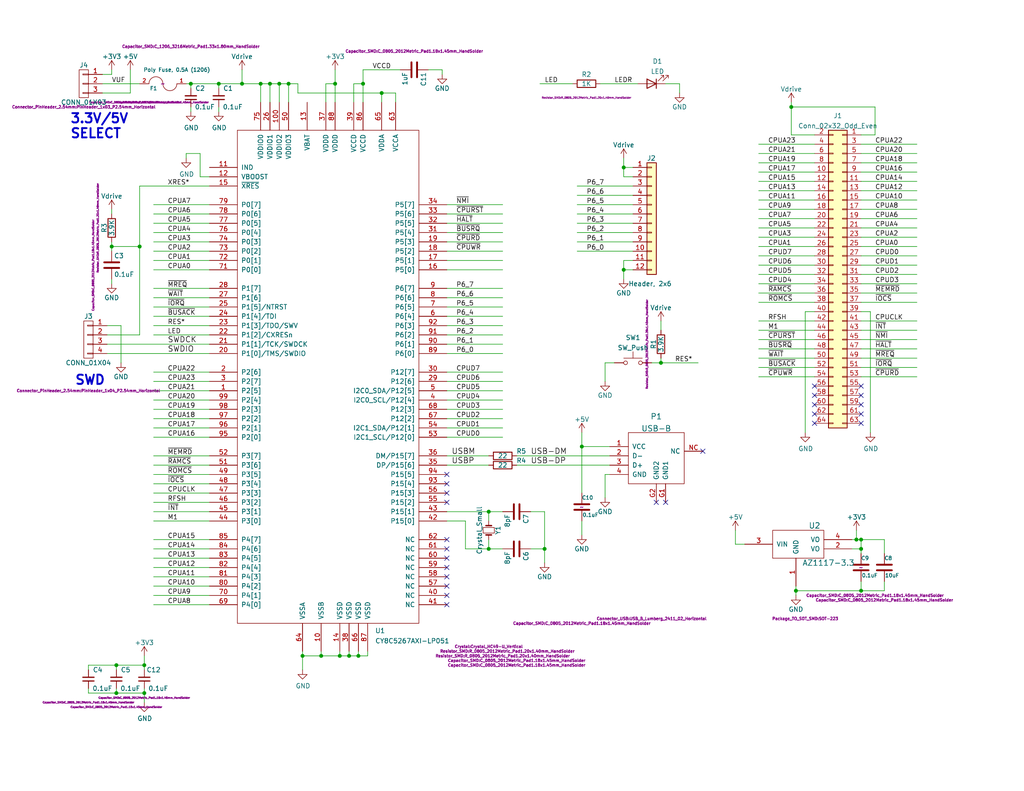
<source format=kicad_sch>
(kicad_sch (version 20211123) (generator eeschema)
  (paper "A")
  (title_block (title "LB-LOGIC-01") (date "2022-09-07") (rev "1") (company "Land Boards LLC"))
  (junction (at 97.79 179.07))
  (junction (at 78.74 22.86))
  (junction (at 95.25 179.07))
  (junction (at 217.17 161.29))
  (junction (at 66.04 22.86))
  (junction (at 39.37 189.23))
  (junction (at 99.06 22.86))
  (junction (at 92.71 179.07))
  (junction (at 71.12 22.86))
  (junction (at 104.14 25.4))
  (junction (at 234.95 149.86))
  (junction (at 76.2 22.86))
  (junction (at 170.18 73.66))
  (junction (at 39.37 181.61))
  (junction (at 52.07 22.86))
  (junction (at 30.48 67.31))
  (junction (at 233.68 147.32))
  (junction (at 73.66 22.86))
  (junction (at 31.75 181.61))
  (junction (at 234.95 147.32))
  (junction (at 215.9 29.21))
  (junction (at 31.75 189.23))
  (junction (at 133.35 139.7))
  (junction (at 91.44 22.86))
  (junction (at 158.75 121.92))
  (junction (at 170.18 45.72))
  (junction (at 180.34 99.06))
  (junction (at 234.95 161.29))
  (junction (at 59.69 22.86))
  (junction (at 133.35 149.86))
  (junction (at 82.55 179.07))
  (junction (at 148.59 149.86))
  (junction (at 87.63 179.07))
  (junction (at 38.1 67.31))
  (no_connect (at 121.92 152.4))
  (no_connect (at 121.92 162.56))
  (no_connect (at 121.92 165.1))
  (no_connect (at 121.92 149.86))
  (no_connect (at 121.92 154.94))
  (no_connect (at 121.92 160.02))
  (no_connect (at 121.92 157.48))
  (no_connect (at 121.92 147.32))
  (no_connect (at 121.92 132.08))
  (no_connect (at 191.77 123.19))
  (no_connect (at 234.95 105.41))
  (no_connect (at 234.95 107.95))
  (no_connect (at 222.25 107.95))
  (no_connect (at 222.25 105.41))
  (no_connect (at 234.95 110.49))
  (no_connect (at 234.95 113.03))
  (no_connect (at 234.95 115.57))
  (no_connect (at 222.25 115.57))
  (no_connect (at 222.25 113.03))
  (no_connect (at 222.25 110.49))
  (no_connect (at 121.92 129.54))
  (no_connect (at 121.92 137.16))
  (no_connect (at 121.92 134.62))
  (no_connect (at 179.07 137.16))
  (no_connect (at 181.61 137.16))
  (wire (pts (xy 219.71 85.09) (xy 219.71 118.11)))
  (wire (pts (xy 172.72 71.12) (xy 170.18 71.12)))
  (wire (pts (xy 121.92 63.5) (xy 137.16 63.5)))
  (wire (pts (xy 41.91 73.66) (xy 57.15 73.66)))
  (wire (pts (xy 38.1 67.31) (xy 38.1 91.44)))
  (wire (pts (xy 133.35 139.7) (xy 133.35 142.24)))
  (wire (pts (xy 121.92 55.88) (xy 137.16 55.88)))
  (wire (pts (xy 207.01 92.71) (xy 222.25 92.71)))
  (wire (pts (xy 234.95 44.45) (xy 250.19 44.45)))
  (wire (pts (xy 207.01 69.85) (xy 222.25 69.85)))
  (wire (pts (xy 39.37 182.88) (xy 39.37 181.61)))
  (wire (pts (xy 234.95 46.99) (xy 250.19 46.99)))
  (wire (pts (xy 41.91 81.28) (xy 57.15 81.28)))
  (wire (pts (xy 116.84 19.05) (xy 120.65 19.05)))
  (wire (pts (xy 41.91 132.08) (xy 57.15 132.08)))
  (wire (pts (xy 238.76 36.83) (xy 238.76 29.21)))
  (wire (pts (xy 41.91 111.76) (xy 57.15 111.76)))
  (wire (pts (xy 41.91 104.14) (xy 57.15 104.14)))
  (wire (pts (xy 157.48 66.04) (xy 172.72 66.04)))
  (wire (pts (xy 234.95 62.23) (xy 250.19 62.23)))
  (wire (pts (xy 99.06 22.86) (xy 99.06 27.94)))
  (wire (pts (xy 157.48 68.58) (xy 172.72 68.58)))
  (wire (pts (xy 217.17 161.29) (xy 234.95 161.29)))
  (wire (pts (xy 170.18 73.66) (xy 170.18 76.2)))
  (wire (pts (xy 50.8 22.86) (xy 52.07 22.86)))
  (wire (pts (xy 238.76 29.21) (xy 215.9 29.21)))
  (wire (pts (xy 147.32 22.86) (xy 156.21 22.86)))
  (wire (pts (xy 165.1 99.06) (xy 165.1 104.14)))
  (wire (pts (xy 121.92 91.44) (xy 137.16 91.44)))
  (wire (pts (xy 30.48 67.31) (xy 30.48 68.58)))
  (wire (pts (xy 39.37 187.96) (xy 39.37 189.23)))
  (wire (pts (xy 121.92 81.28) (xy 137.16 81.28)))
  (wire (pts (xy 157.48 50.8) (xy 172.72 50.8)))
  (wire (pts (xy 234.95 67.31) (xy 250.19 67.31)))
  (wire (pts (xy 121.92 104.14) (xy 137.16 104.14)))
  (wire (pts (xy 121.92 93.98) (xy 137.16 93.98)))
  (wire (pts (xy 234.95 49.53) (xy 250.19 49.53)))
  (wire (pts (xy 50.8 41.91) (xy 50.8 43.18)))
  (wire (pts (xy 170.18 71.12) (xy 170.18 73.66)))
  (wire (pts (xy 78.74 22.86) (xy 81.28 22.86)))
  (wire (pts (xy 219.71 85.09) (xy 222.25 85.09)))
  (wire (pts (xy 234.95 102.87) (xy 250.19 102.87)))
  (wire (pts (xy 170.18 43.18) (xy 170.18 45.72)))
  (wire (pts (xy 170.18 48.26) (xy 170.18 45.72)))
  (wire (pts (xy 207.01 57.15) (xy 222.25 57.15)))
  (wire (pts (xy 234.95 36.83) (xy 238.76 36.83)))
  (wire (pts (xy 217.17 160.02) (xy 217.17 161.29)))
  (wire (pts (xy 30.48 19.05) (xy 30.48 20.32)))
  (wire (pts (xy 41.91 83.82) (xy 57.15 83.82)))
  (wire (pts (xy 104.14 25.4) (xy 81.28 25.4)))
  (wire (pts (xy 41.91 88.9) (xy 57.15 88.9)))
  (wire (pts (xy 41.91 86.36) (xy 57.15 86.36)))
  (wire (pts (xy 121.92 111.76) (xy 137.16 111.76)))
  (wire (pts (xy 99.06 19.05) (xy 109.22 19.05)))
  (wire (pts (xy 140.97 124.46) (xy 166.37 124.46)))
  (wire (pts (xy 157.48 58.42) (xy 172.72 58.42)))
  (wire (pts (xy 144.78 149.86) (xy 148.59 149.86)))
  (wire (pts (xy 41.91 134.62) (xy 57.15 134.62)))
  (wire (pts (xy 207.01 72.39) (xy 222.25 72.39)))
  (wire (pts (xy 207.01 54.61) (xy 222.25 54.61)))
  (wire (pts (xy 121.92 66.04) (xy 137.16 66.04)))
  (wire (pts (xy 180.34 90.17) (xy 180.34 87.63)))
  (wire (pts (xy 41.91 149.86) (xy 57.15 149.86)))
  (wire (pts (xy 31.75 187.96) (xy 31.75 189.23)))
  (wire (pts (xy 121.92 68.58) (xy 137.16 68.58)))
  (wire (pts (xy 234.95 95.25) (xy 250.19 95.25)))
  (wire (pts (xy 121.92 109.22) (xy 137.16 109.22)))
  (wire (pts (xy 170.18 45.72) (xy 172.72 45.72)))
  (wire (pts (xy 88.9 22.86) (xy 88.9 27.94)))
  (wire (pts (xy 234.95 147.32) (xy 234.95 149.86)))
  (wire (pts (xy 207.01 67.31) (xy 222.25 67.31)))
  (wire (pts (xy 121.92 101.6) (xy 137.16 101.6)))
  (wire (pts (xy 207.01 46.99) (xy 222.25 46.99)))
  (wire (pts (xy 207.01 82.55) (xy 222.25 82.55)))
  (wire (pts (xy 52.07 22.86) (xy 52.07 24.13)))
  (wire (pts (xy 41.91 78.74) (xy 57.15 78.74)))
  (wire (pts (xy 158.75 142.24) (xy 158.75 146.05)))
  (wire (pts (xy 133.35 147.32) (xy 133.35 149.86)))
  (wire (pts (xy 41.91 114.3) (xy 57.15 114.3)))
  (wire (pts (xy 71.12 22.86) (xy 71.12 27.94)))
  (wire (pts (xy 121.92 139.7) (xy 133.35 139.7)))
  (wire (pts (xy 30.48 67.31) (xy 38.1 67.31)))
  (wire (pts (xy 234.95 97.79) (xy 250.19 97.79)))
  (wire (pts (xy 234.95 54.61) (xy 250.19 54.61)))
  (wire (pts (xy 148.59 149.86) (xy 148.59 153.67)))
  (wire (pts (xy 234.95 149.86) (xy 234.95 151.13)))
  (wire (pts (xy 133.35 139.7) (xy 137.16 139.7)))
  (wire (pts (xy 96.52 27.94) (xy 96.52 22.86)))
  (wire (pts (xy 177.8 99.06) (xy 180.34 99.06)))
  (wire (pts (xy 215.9 36.83) (xy 222.25 36.83)))
  (wire (pts (xy 41.91 127) (xy 57.15 127)))
  (wire (pts (xy 121.92 78.74) (xy 137.16 78.74)))
  (wire (pts (xy 127 142.24) (xy 127 149.86)))
  (wire (pts (xy 234.95 72.39) (xy 250.19 72.39)))
  (wire (pts (xy 27.94 25.4) (xy 35.56 25.4)))
  (wire (pts (xy 207.01 80.01) (xy 222.25 80.01)))
  (wire (pts (xy 121.92 73.66) (xy 137.16 73.66)))
  (wire (pts (xy 30.48 58.42) (xy 30.48 57.15)))
  (wire (pts (xy 167.64 99.06) (xy 165.1 99.06)))
  (wire (pts (xy 54.61 48.26) (xy 54.61 41.91)))
  (wire (pts (xy 234.95 69.85) (xy 250.19 69.85)))
  (wire (pts (xy 207.01 59.69) (xy 222.25 59.69)))
  (wire (pts (xy 158.75 118.11) (xy 158.75 121.92)))
  (wire (pts (xy 157.48 53.34) (xy 172.72 53.34)))
  (wire (pts (xy 148.59 139.7) (xy 148.59 149.86)))
  (wire (pts (xy 91.44 19.05) (xy 91.44 22.86)))
  (wire (pts (xy 107.95 25.4) (xy 107.95 27.94)))
  (wire (pts (xy 59.69 29.21) (xy 59.69 30.48)))
  (wire (pts (xy 121.92 116.84) (xy 137.16 116.84)))
  (wire (pts (xy 66.04 19.05) (xy 66.04 22.86)))
  (wire (pts (xy 95.25 177.8) (xy 95.25 179.07)))
  (wire (pts (xy 104.14 25.4) (xy 107.95 25.4)))
  (wire (pts (xy 215.9 27.94) (xy 215.9 29.21)))
  (wire (pts (xy 24.13 181.61) (xy 31.75 181.61)))
  (wire (pts (xy 35.56 25.4) (xy 35.56 19.05)))
  (wire (pts (xy 121.92 60.96) (xy 137.16 60.96)))
  (wire (pts (xy 41.91 160.02) (xy 57.15 160.02)))
  (wire (pts (xy 27.94 22.86) (xy 38.1 22.86)))
  (wire (pts (xy 234.95 161.29) (xy 234.95 158.75)))
  (wire (pts (xy 41.91 60.96) (xy 57.15 60.96)))
  (wire (pts (xy 82.55 179.07) (xy 87.63 179.07)))
  (wire (pts (xy 73.66 22.86) (xy 76.2 22.86)))
  (wire (pts (xy 41.91 66.04) (xy 57.15 66.04)))
  (wire (pts (xy 234.95 82.55) (xy 250.19 82.55)))
  (wire (pts (xy 234.95 39.37) (xy 250.19 39.37)))
  (wire (pts (xy 158.75 134.62) (xy 158.75 121.92)))
  (wire (pts (xy 234.95 59.69) (xy 250.19 59.69)))
  (wire (pts (xy 237.49 85.09) (xy 237.49 118.11)))
  (wire (pts (xy 121.92 88.9) (xy 137.16 88.9)))
  (wire (pts (xy 30.48 66.04) (xy 30.48 67.31)))
  (wire (pts (xy 41.91 68.58) (xy 57.15 68.58)))
  (wire (pts (xy 234.95 161.29) (xy 241.3 161.29)))
  (wire (pts (xy 76.2 22.86) (xy 78.74 22.86)))
  (wire (pts (xy 181.61 22.86) (xy 185.42 22.86)))
  (wire (pts (xy 29.21 96.52) (xy 57.15 96.52)))
  (wire (pts (xy 207.01 41.91) (xy 222.25 41.91)))
  (wire (pts (xy 54.61 41.91) (xy 50.8 41.91)))
  (wire (pts (xy 41.91 165.1) (xy 57.15 165.1)))
  (wire (pts (xy 157.48 55.88) (xy 172.72 55.88)))
  (wire (pts (xy 121.92 142.24) (xy 127 142.24)))
  (wire (pts (xy 170.18 48.26) (xy 172.72 48.26)))
  (wire (pts (xy 163.83 22.86) (xy 173.99 22.86)))
  (wire (pts (xy 97.79 179.07) (xy 100.33 179.07)))
  (wire (pts (xy 233.68 144.78) (xy 233.68 147.32)))
  (wire (pts (xy 121.92 114.3) (xy 137.16 114.3)))
  (wire (pts (xy 207.01 64.77) (xy 222.25 64.77)))
  (wire (pts (xy 71.12 22.86) (xy 73.66 22.86)))
  (wire (pts (xy 207.01 74.93) (xy 222.25 74.93)))
  (wire (pts (xy 234.95 85.09) (xy 237.49 85.09)))
  (wire (pts (xy 95.25 179.07) (xy 97.79 179.07)))
  (wire (pts (xy 29.21 88.9) (xy 33.02 88.9)))
  (wire (pts (xy 41.91 55.88) (xy 57.15 55.88)))
  (wire (pts (xy 82.55 179.07) (xy 82.55 182.88)))
  (wire (pts (xy 82.55 177.8) (xy 82.55 179.07)))
  (wire (pts (xy 207.01 100.33) (xy 222.25 100.33)))
  (wire (pts (xy 59.69 22.86) (xy 66.04 22.86)))
  (wire (pts (xy 241.3 161.29) (xy 241.3 158.75)))
  (wire (pts (xy 207.01 77.47) (xy 222.25 77.47)))
  (wire (pts (xy 41.91 157.48) (xy 57.15 157.48)))
  (wire (pts (xy 88.9 22.86) (xy 91.44 22.86)))
  (wire (pts (xy 234.95 52.07) (xy 250.19 52.07)))
  (wire (pts (xy 57.15 48.26) (xy 54.61 48.26)))
  (wire (pts (xy 52.07 29.21) (xy 52.07 30.48)))
  (wire (pts (xy 87.63 177.8) (xy 87.63 179.07)))
  (wire (pts (xy 39.37 189.23) (xy 39.37 191.77)))
  (wire (pts (xy 170.18 73.66) (xy 172.72 73.66)))
  (wire (pts (xy 207.01 90.17) (xy 222.25 90.17)))
  (wire (pts (xy 41.91 119.38) (xy 57.15 119.38)))
  (wire (pts (xy 24.13 189.23) (xy 24.13 187.96)))
  (wire (pts (xy 41.91 147.32) (xy 57.15 147.32)))
  (wire (pts (xy 234.95 57.15) (xy 250.19 57.15)))
  (wire (pts (xy 234.95 80.01) (xy 250.19 80.01)))
  (wire (pts (xy 41.91 162.56) (xy 57.15 162.56)))
  (wire (pts (xy 233.68 147.32) (xy 234.95 147.32)))
  (wire (pts (xy 180.34 99.06) (xy 180.34 97.79)))
  (wire (pts (xy 31.75 182.88) (xy 31.75 181.61)))
  (wire (pts (xy 241.3 147.32) (xy 241.3 151.13)))
  (wire (pts (xy 207.01 39.37) (xy 222.25 39.37)))
  (wire (pts (xy 207.01 87.63) (xy 222.25 87.63)))
  (wire (pts (xy 207.01 44.45) (xy 222.25 44.45)))
  (wire (pts (xy 215.9 29.21) (xy 215.9 36.83)))
  (wire (pts (xy 232.41 147.32) (xy 233.68 147.32)))
  (wire (pts (xy 234.95 92.71) (xy 250.19 92.71)))
  (wire (pts (xy 121.92 127) (xy 133.35 127)))
  (wire (pts (xy 234.95 74.93) (xy 250.19 74.93)))
  (wire (pts (xy 87.63 179.07) (xy 92.71 179.07)))
  (wire (pts (xy 41.91 139.7) (xy 57.15 139.7)))
  (wire (pts (xy 91.44 22.86) (xy 91.44 27.94)))
  (wire (pts (xy 96.52 22.86) (xy 99.06 22.86)))
  (wire (pts (xy 140.97 127) (xy 166.37 127)))
  (wire (pts (xy 31.75 181.61) (xy 39.37 181.61)))
  (wire (pts (xy 121.92 86.36) (xy 137.16 86.36)))
  (wire (pts (xy 121.92 96.52) (xy 137.16 96.52)))
  (wire (pts (xy 185.42 22.86) (xy 185.42 25.4)))
  (wire (pts (xy 41.91 101.6) (xy 57.15 101.6)))
  (wire (pts (xy 41.91 124.46) (xy 57.15 124.46)))
  (wire (pts (xy 41.91 137.16) (xy 57.15 137.16)))
  (wire (pts (xy 166.37 129.54) (xy 165.1 129.54)))
  (wire (pts (xy 41.91 142.24) (xy 57.15 142.24)))
  (wire (pts (xy 31.75 189.23) (xy 24.13 189.23)))
  (wire (pts (xy 165.1 129.54) (xy 165.1 135.89)))
  (wire (pts (xy 144.78 139.7) (xy 148.59 139.7)))
  (wire (pts (xy 41.91 154.94) (xy 57.15 154.94)))
  (wire (pts (xy 121.92 58.42) (xy 137.16 58.42)))
  (wire (pts (xy 234.95 90.17) (xy 250.19 90.17)))
  (wire (pts (xy 234.95 100.33) (xy 250.19 100.33)))
  (wire (pts (xy 207.01 97.79) (xy 222.25 97.79)))
  (wire (pts (xy 29.21 93.98) (xy 57.15 93.98)))
  (wire (pts (xy 76.2 22.86) (xy 76.2 27.94)))
  (wire (pts (xy 38.1 50.8) (xy 57.15 50.8)))
  (wire (pts (xy 234.95 87.63) (xy 250.19 87.63)))
  (wire (pts (xy 121.92 124.46) (xy 133.35 124.46)))
  (wire (pts (xy 41.91 116.84) (xy 57.15 116.84)))
  (wire (pts (xy 157.48 60.96) (xy 172.72 60.96)))
  (wire (pts (xy 39.37 179.07) (xy 39.37 181.61)))
  (wire (pts (xy 38.1 91.44) (xy 29.21 91.44)))
  (wire (pts (xy 158.75 121.92) (xy 166.37 121.92)))
  (wire (pts (xy 92.71 177.8) (xy 92.71 179.07)))
  (wire (pts (xy 180.34 99.06) (xy 190.5 99.06)))
  (wire (pts (xy 38.1 50.8) (xy 38.1 67.31)))
  (wire (pts (xy 207.01 52.07) (xy 222.25 52.07)))
  (wire (pts (xy 234.95 147.32) (xy 241.3 147.32)))
  (wire (pts (xy 59.69 22.86) (xy 59.69 24.13)))
  (wire (pts (xy 200.66 148.59) (xy 203.2 148.59)))
  (wire (pts (xy 200.66 144.78) (xy 200.66 148.59)))
  (wire (pts (xy 66.04 22.86) (xy 71.12 22.86)))
  (wire (pts (xy 97.79 177.8) (xy 97.79 179.07)))
  (wire (pts (xy 234.95 64.77) (xy 250.19 64.77)))
  (wire (pts (xy 120.65 19.05) (xy 120.65 20.32)))
  (wire (pts (xy 99.06 22.86) (xy 99.06 19.05)))
  (wire (pts (xy 104.14 25.4) (xy 104.14 27.94)))
  (wire (pts (xy 121.92 71.12) (xy 137.16 71.12)))
  (wire (pts (xy 41.91 129.54) (xy 57.15 129.54)))
  (wire (pts (xy 73.66 22.86) (xy 73.66 27.94)))
  (wire (pts (xy 78.74 22.86) (xy 78.74 27.94)))
  (wire (pts (xy 207.01 102.87) (xy 222.25 102.87)))
  (wire (pts (xy 41.91 106.68) (xy 57.15 106.68)))
  (wire (pts (xy 234.95 41.91) (xy 250.19 41.91)))
  (wire (pts (xy 39.37 189.23) (xy 31.75 189.23)))
  (wire (pts (xy 157.48 63.5) (xy 172.72 63.5)))
  (wire (pts (xy 207.01 95.25) (xy 222.25 95.25)))
  (wire (pts (xy 41.91 63.5) (xy 57.15 63.5)))
  (wire (pts (xy 121.92 119.38) (xy 137.16 119.38)))
  (wire (pts (xy 207.01 62.23) (xy 222.25 62.23)))
  (wire (pts (xy 41.91 109.22) (xy 57.15 109.22)))
  (wire (pts (xy 24.13 182.88) (xy 24.13 181.61)))
  (wire (pts (xy 121.92 83.82) (xy 137.16 83.82)))
  (wire (pts (xy 41.91 91.44) (xy 57.15 91.44)))
  (wire (pts (xy 232.41 149.86) (xy 234.95 149.86)))
  (wire (pts (xy 41.91 152.4) (xy 57.15 152.4)))
  (wire (pts (xy 81.28 25.4) (xy 81.28 22.86)))
  (wire (pts (xy 207.01 49.53) (xy 222.25 49.53)))
  (wire (pts (xy 33.02 88.9) (xy 33.02 99.06)))
  (wire (pts (xy 100.33 179.07) (xy 100.33 177.8)))
  (wire (pts (xy 27.94 20.32) (xy 30.48 20.32)))
  (wire (pts (xy 30.48 76.2) (xy 30.48 77.47)))
  (wire (pts (xy 41.91 58.42) (xy 57.15 58.42)))
  (wire (pts (xy 127 149.86) (xy 133.35 149.86)))
  (wire (pts (xy 41.91 71.12) (xy 57.15 71.12)))
  (wire (pts (xy 92.71 179.07) (xy 95.25 179.07)))
  (wire (pts (xy 52.07 22.86) (xy 59.69 22.86)))
  (wire (pts (xy 234.95 77.47) (xy 250.19 77.47)))
  (wire (pts (xy 217.17 161.29) (xy 217.17 162.56)))
  (wire (pts (xy 121.92 106.68) (xy 137.16 106.68)))
  (wire (pts (xy 133.35 149.86) (xy 137.16 149.86)))
  (text "SWD" (at 20.32 105.41 0) (effects (font (size 2.54 2.54) (thickness 0.508) bold) (justify left bottom)))
  (text "3.3V/5V\nSELECT" (at 19.05 38.1 0) (effects (font (size 2.54 2.54) (thickness 0.508) bold) (justify left bottom)))
  (label "P6_6" (at 124.46 81.28 0))
  (label "~{BUSRQ}" (at 124.46 63.5 0))
  (label "P6_4" (at 160.02 58.42 0))
  (label "CPUD3" (at 238.76 77.47 0))
  (label "CPUA22" (at 238.76 39.37 0))
  (label "CPUD0" (at 238.76 69.85 0))
  (label "CPUA9" (at 45.72 162.56 0))
  (label "CPUA1" (at 45.72 71.12 0))
  (label "P6_1" (at 160.02 66.04 0))
  (label "CPUD5" (at 124.46 106.68 0))
  (label "P6_2" (at 160.02 63.5 0))
  (label "~{NMI}" (at 238.76 92.71 0))
  (label "VUF" (at 30.48 22.86 0))
  (label "P6_5" (at 160.02 55.88 0))
  (label "~{HALT}" (at 238.76 95.25 0))
  (label "CPUD4" (at 124.46 109.22 0))
  (label "~{ROMCS}" (at 209.55 82.55 0))
  (label "CPUA17" (at 45.72 116.84 0))
  (label "CPUA12" (at 45.72 154.94 0))
  (label "~{IORQ}" (at 238.76 100.33 0))
  (label "CPUA20" (at 45.72 109.22 0))
  (label "CPUA3" (at 45.72 66.04 0))
  (label "CPUA21" (at 209.55 41.91 0))
  (label "CPUA18" (at 238.76 44.45 0))
  (label "RES*" (at 45.72 88.9 0))
  (label "USBP" (at 123.19 127 0) (effects (font (size 1.524 1.524))))
  (label "CPUA15" (at 45.72 147.32 0))
  (label "~{CPURD}" (at 124.46 66.04 0))
  (label "P6_0" (at 124.46 96.52 0))
  (label "P6_0" (at 160.02 68.58 0))
  (label "P6_3" (at 124.46 88.9 0))
  (label "~{WAIT}" (at 45.72 81.28 0))
  (label "CPUA0" (at 238.76 67.31 0))
  (label "~{CPURST}" (at 209.55 92.71 0))
  (label "CPUA1" (at 209.55 67.31 0))
  (label "~{NMI}" (at 124.46 55.88 0))
  (label "SWDIO" (at 45.72 96.52 0) (effects (font (size 1.524 1.524))))
  (label "LEDR" (at 167.64 22.86 0))
  (label "CPUA5" (at 209.55 62.23 0))
  (label "CPUA16" (at 45.72 119.38 0))
  (label "CPUD7" (at 209.55 69.85 0))
  (label "CPUA4" (at 238.76 62.23 0))
  (label "CPUA10" (at 238.76 54.61 0))
  (label "CPUA6" (at 238.76 59.69 0))
  (label "M1" (at 45.72 142.24 0))
  (label "CPUA8" (at 45.72 165.1 0))
  (label "P6_7" (at 160.02 50.8 0))
  (label "~{ROMCS}" (at 45.72 129.54 0))
  (label "CPUA11" (at 209.55 54.61 0))
  (label "CPUA2" (at 45.72 68.58 0))
  (label "CPUD0" (at 124.46 119.38 0))
  (label "~{RAMCS}" (at 45.72 127 0))
  (label "CPUA12" (at 238.76 52.07 0))
  (label "~{RAMCS}" (at 209.55 80.01 0))
  (label "~{MEMRD}" (at 238.76 80.01 0))
  (label "RES*" (at 184.15 99.06 0))
  (label "~{MEMRD}" (at 45.72 124.46 0))
  (label "CPUD1" (at 238.76 72.39 0))
  (label "~{MREQ}" (at 238.76 97.79 0))
  (label "~{IOCS}" (at 45.72 132.08 0))
  (label "~{CPURD}" (at 238.76 102.87 0))
  (label "P6_4" (at 124.46 86.36 0))
  (label "CPUA9" (at 209.55 57.15 0))
  (label "~{IORQ}" (at 45.72 83.82 0))
  (label "CPUD5" (at 209.55 74.93 0))
  (label "CPUA14" (at 45.72 149.86 0))
  (label "USB-DP" (at 144.78 127 0) (effects (font (size 1.524 1.524))))
  (label "CPUD3" (at 124.46 111.76 0))
  (label "CPUD6" (at 209.55 72.39 0))
  (label "SWDCK" (at 45.72 93.98 0) (effects (font (size 1.524 1.524))))
  (label "~{BUSACK}" (at 45.72 86.36 0))
  (label "~{CPUWR}" (at 124.46 68.58 0))
  (label "CPUA10" (at 45.72 160.02 0))
  (label "CPUA7" (at 209.55 59.69 0))
  (label "CPUA19" (at 209.55 44.45 0))
  (label "CPUA18" (at 45.72 114.3 0))
  (label "~{BUSACK}" (at 209.55 100.33 0))
  (label "~{IOCS}" (at 238.76 82.55 0))
  (label "LED" (at 45.72 91.44 0))
  (label "~{BUSRQ}" (at 209.55 95.25 0))
  (label "CPUD1" (at 124.46 116.84 0))
  (label "RFSH" (at 45.72 137.16 0))
  (label "P6_6" (at 160.02 53.34 0))
  (label "VCCD" (at 101.6 19.05 0))
  (label "CPUD4" (at 209.55 77.47 0))
  (label "CPUD2" (at 124.46 114.3 0))
  (label "CPUA23" (at 45.72 104.14 0))
  (label "CPUA17" (at 209.55 46.99 0))
  (label "CPUA13" (at 209.55 52.07 0))
  (label "P6_3" (at 160.02 60.96 0))
  (label "CPUCLK" (at 238.76 87.63 0))
  (label "CPUA20" (at 238.76 41.91 0))
  (label "CPUA2" (at 238.76 64.77 0))
  (label "CPUA19" (at 45.72 111.76 0))
  (label "CPUA4" (at 45.72 63.5 0))
  (label "~{WAIT}" (at 209.55 97.79 0))
  (label "CPUA13" (at 45.72 152.4 0))
  (label "~{CPUWR}" (at 209.55 102.87 0))
  (label "CPUA6" (at 45.72 58.42 0))
  (label "CPUD2" (at 238.76 74.93 0))
  (label "CPUD7" (at 124.46 101.6 0))
  (label "XRES*" (at 45.72 50.8 0))
  (label "CPUA7" (at 45.72 55.88 0))
  (label "LED" (at 148.59 22.86 0))
  (label "~{INT}" (at 45.72 139.7 0))
  (label "USBM" (at 123.19 124.46 0) (effects (font (size 1.524 1.524))))
  (label "P6_2" (at 124.46 91.44 0))
  (label "CPUA5" (at 45.72 60.96 0))
  (label "CPUA23" (at 209.55 39.37 0))
  (label "P6_5" (at 124.46 83.82 0))
  (label "CPUA11" (at 45.72 157.48 0))
  (label "CPUA21" (at 45.72 106.68 0))
  (label "RFSH" (at 209.55 87.63 0))
  (label "P6_7" (at 124.46 78.74 0))
  (label "CPUA14" (at 238.76 49.53 0))
  (label "P6_1" (at 124.46 93.98 0))
  (label "CPUCLK" (at 45.72 134.62 0))
  (label "CPUA8" (at 238.76 57.15 0))
  (label "~{INT}" (at 238.76 90.17 0))
  (label "CPUA16" (at 238.76 46.99 0))
  (label "CPUA3" (at 209.55 64.77 0))
  (label "~{MREQ}" (at 45.72 78.74 0))
  (label "CPUA0" (at 45.72 73.66 0))
  (label "CPUD6" (at 124.46 104.14 0))
  (label "CPUA15" (at 209.55 49.53 0))
  (label "~{CPURST}" (at 124.46 58.42 0))
  (label "~{HALT}" (at 124.46 60.96 0))
  (label "M1" (at 209.55 90.17 0))
  (label "USB-DM" (at 144.78 124.46 0) (effects (font (size 1.524 1.524))))
  (label "CPUA22" (at 45.72 101.6 0))
  (symbol (lib_id "power:GND") (at 82.55 182.88 0) (unit 1)
    (property "Reference" "#PWR0101" (effects hide))
    (property "Value" "GND" (at 82.677 187.2742 0))
  )
  (symbol (lib_id "ODAS-PSOC5-rescue:GND-RESCUE-ODAS-PSOC5") (at 158.75 146.05 0) (unit 1)
    (property "Reference" "#PWR0111" (effects hide))
    (property "Value" "GND" (at 158.75 149.86 0))
  )
  (symbol (lib_id "Connector_Generic:Conn_01x12") (at 177.8 58.42 0) (unit 1)
    (property "Reference" "J2" (at 176.53 43.18 0) (effects (justify left)))
    (property "Value" "Header, 2x6" (at 171.45 77.47 0) (effects (justify left)))
    (property "Footprint" "Connector_PinHeader_2.54mm:PinHeader_2x06_P2.54mm_Horizontal" (effects hide))
  )
  (symbol (lib_id "Device:C_Small") (at 31.75 185.42 180) (unit 1)
    (property "Reference" "C5" (at 34.29 182.88 0))
    (property "Value" "0.1uF" (at 35.56 187.96 0))
    (property "Footprint" "Capacitor_SMD:C_0805_2012Metric_Pad1.18x1.45mm_HandSolder" (at 31.75 193.04 0) (effects (font (size 0.508 0.508))))
  )
  (symbol (lib_id "ODAS-PSOC5-rescue:R-RESCUE-ODAS-PSOC5") (at 137.16 124.46 270) (unit 1)
    (property "Reference" "R5" (at 142.24 123.19 90))
    (property "Value" "22" (at 137.16 124.46 90))
    (property "Footprint" "Resistor_SMD:R_0805_2012Metric_Pad1.20x1.40mm_HandSolder" (at 137.16 179.07 90) (effects (font (size 0.762 0.762))))
  )
  (symbol (lib_id "ODAS-PSOC5-rescue:GND-RESCUE-ODAS-PSOC5") (at 33.02 99.06 0) (unit 1)
    (property "Reference" "#PWR0108" (effects hide))
    (property "Value" "GND" (at 33.02 102.87 0))
  )
  (symbol (lib_id "power:GND") (at 39.37 191.77 0) (unit 1)
    (property "Reference" "#PWR0106" (effects hide))
    (property "Value" "GND" (at 39.497 196.1642 0))
  )
  (symbol (lib_id "LandBoards_Semis:CY8C5888AXI-LP096") (at 91.44 102.87 0) (unit 1)
    (property "Reference" "U1" (at 102.3494 172.2025 0) (effects (justify left)))
    (property "Value" "CY8C5267AXI-LP051" (at 102.3494 174.9776 0) (effects (justify left)))
    (property "Footprint" "Package_QFP:TQFP-100_14x14mm_P0.5mm" (effects hide))
    (property "Datasheet" "DOCUMENTATION" (effects hide))
  )
  (symbol (lib_id "power:GND") (at 52.07 30.48 0) (unit 1)
    (property "Reference" "#PWR0117" (effects hide))
    (property "Value" "GND" (at 52.197 34.8742 0))
  )
  (symbol (lib_id "power:+3.3V") (at 91.44 19.05 0) (unit 1)
    (property "Reference" "#PWR0103" (effects hide))
    (property "Value" "+3.3V" (at 91.44 15.4455 0))
  )
  (symbol (lib_id "power:Vdrive") (at 180.34 87.63 0) (unit 1)
    (property "Reference" "#PWR0123" (effects hide))
    (property "Value" "Vdrive" (at 180.34 84.0255 0))
  )
  (symbol (lib_id "ODAS-PSOC5-rescue:C-RESCUE-ODAS-PSOC5") (at 241.3 154.94 0) (unit 1)
    (property "Reference" "C8" (at 241.3 152.4 0) (effects (font (size 1.016 1.016)) (justify left)))
    (property "Value" "10uF" (at 241.4524 157.099 0) (effects (font (size 1.016 1.016)) (justify left)))
    (property "Footprint" "Capacitor_SMD:C_0805_2012Metric_Pad1.18x1.45mm_HandSolder" (at 241.3 163.83 0) (effects (font (size 0.762 0.762))))
    (property "Datasheet" "https://www.mouser.com/ProductDetail/77-VJ1206V106ZXQTBC" (effects hide))
  )
  (symbol (lib_id "power:+5V") (at 158.75 118.11 0) (unit 1)
    (property "Reference" "#PWR0127" (effects hide))
    (property "Value" "+5V" (at 158.75 114.5055 0))
  )
  (symbol (lib_id "ODAS-PSOC5-rescue:C-RESCUE-ODAS-PSOC5") (at 30.48 72.39 0) (unit 1)
    (property "Reference" "C3" (at 31.115 69.85 0) (effects (justify left)))
    (property "Value" "0.1uF" (at 31.115 74.93 0) (effects (justify left)))
    (property "Footprint" "Capacitor_SMD:C_0805_2012Metric_Pad1.18x1.45mm_HandSolder" (at 25.4 72.39 90) (effects (font (size 0.508 0.508))))
  )
  (symbol (lib_id "power:Vdrive") (at 30.48 57.15 0) (unit 1)
    (property "Reference" "#PWR0112" (effects hide))
    (property "Value" "Vdrive" (at 30.48 53.5455 0))
  )
  (symbol (lib_id "power:Vdrive") (at 170.18 43.18 0) (unit 1)
    (property "Reference" "#PWR0128" (effects hide))
    (property "Value" "Vdrive" (at 170.18 39.5755 0))
  )
  (symbol (lib_id "power:+5V") (at 35.56 19.05 0) (unit 1)
    (property "Reference" "#PWR0115" (effects hide))
    (property "Value" "+5V" (at 35.56 15.4455 0))
  )
  (symbol (lib_id "power:GND") (at 237.49 118.11 0) (unit 1)
    (property "Reference" "#PWR0102" (effects hide))
    (property "Value" "GND" (at 237.617 122.5042 0))
  )
  (symbol (lib_id "ODAS-PSOC5-rescue:C-RESCUE-ODAS-PSOC5") (at 140.97 149.86 270) (unit 1)
    (property "Reference" "C6" (at 143.51 150.495 0) (effects (justify left)))
    (property "Value" "8pF" (at 138.43 150.495 0) (effects (justify left)))
    (property "Footprint" "Capacitor_SMD:C_0805_2012Metric_Pad1.18x1.45mm_HandSolder" (at 140.97 180.34 90) (effects (font (size 0.762 0.762))))
  )
  (symbol (lib_id "power:Vdrive") (at 215.9 27.94 0) (unit 1)
    (property "Reference" "#PWR0126" (effects hide))
    (property "Value" "Vdrive" (at 215.9 24.3355 0))
  )
  (symbol (lib_id "ODAS-PSOC5-rescue:GND-RESCUE-ODAS-PSOC5") (at 120.65 20.32 0) (unit 1)
    (property "Reference" "#PWR0119" (effects hide))
    (property "Value" "GND" (at 120.65 24.13 0))
  )
  (symbol (lib_id "ODAS-PSOC5-rescue:R-RESCUE-ODAS-PSOC5") (at 160.02 22.86 270) (unit 1)
    (property "Reference" "R2" (at 160.02 20.32 90))
    (property "Value" "1K" (at 160.02 22.86 90))
    (property "Footprint" "Resistor_SMD:R_0805_2012Metric_Pad1.20x1.40mm_HandSolder" (at 160.02 26.67 90) (effects (font (size 0.508 0.508))))
  )
  (symbol (lib_id "power:+3.3V") (at 233.68 144.78 0) (unit 1)
    (property "Reference" "#PWR0121" (effects hide))
    (property "Value" "+3.3V" (at 233.68 141.1755 0))
  )
  (symbol (lib_id "ODAS-PSOC5-rescue:GND-RESCUE-ODAS-PSOC5") (at 185.42 25.4 0) (unit 1)
    (property "Reference" "#PWR0129" (effects hide))
    (property "Value" "GND" (at 185.42 29.21 0))
  )
  (symbol (lib_id "ODAS-PSOC5-rescue:GND-RESCUE-ODAS-PSOC5") (at 170.18 76.2 0) (unit 1)
    (property "Reference" "#PWR0124" (effects hide))
    (property "Value" "GND" (at 170.18 80.01 0))
  )
  (symbol (lib_id "Device:C_Small") (at 59.69 26.67 180) (unit 1)
    (property "Reference" "C1" (at 62.23 24.13 0))
    (property "Value" "0.1uF" (at 63.5 29.21 0))
    (property "Footprint" "Capacitor_SMD:C_0805_2012Metric_Pad1.18x1.45mm_HandSolder" (at 44.45 27.94 0) (effects (font (size 0.508 0.508))))
  )
  (symbol (lib_id "ODAS-PSOC5-rescue:GND-RESCUE-ODAS-PSOC5") (at 148.59 153.67 0) (unit 1)
    (property "Reference" "#PWR0113" (effects hide))
    (property "Value" "GND" (at 148.59 157.48 0))
  )
  (symbol (lib_id "ODAS-PSOC5-rescue:R-RESCUE-ODAS-PSOC5") (at 137.16 127 270) (unit 1)
    (property "Reference" "R4" (at 142.24 125.73 90))
    (property "Value" "22" (at 137.16 127 90))
    (property "Footprint" "Resistor_SMD:R_0805_2012Metric_Pad1.20x1.40mm_HandSolder" (at 138.43 177.8 90) (effects (font (size 0.762 0.762))))
  )
  (symbol (lib_id "Device:C_Small") (at 39.37 185.42 180) (unit 1)
    (property "Reference" "C12" (at 41.91 182.88 0))
    (property "Value" "0.1uF" (at 43.18 187.96 0))
    (property "Footprint" "Capacitor_SMD:C_0805_2012Metric_Pad1.18x1.45mm_HandSolder" (at 39.37 190.5 0) (effects (font (size 0.508 0.508))))
  )
  (symbol (lib_id "power:Vdrive") (at 66.04 19.05 0) (unit 1)
    (property "Reference" "#PWR0114" (effects hide))
    (property "Value" "Vdrive" (at 66.04 15.4455 0))
  )
  (symbol (lib_id "Switch:SW_Push") (at 172.72 99.06 0) (unit 1)
    (property "Reference" "SW1" (at 172.72 92.1725 0))
    (property "Value" "SW_Push" (at 172.72 94.9476 0))
    (property "Footprint" "Button_Switch_THT:SW_PUSH_6mm_H8.5mm" (effects hide))
  )
  (symbol (lib_id "ODAS-PSOC5-rescue:R-RESCUE-ODAS-PSOC5") (at 180.34 93.98 180) (unit 1)
    (property "Reference" "R1" (at 178.308 93.98 90))
    (property "Value" "3.9K" (at 180.34 93.98 90))
    (property "Footprint" "Resistor_SMD:R_0805_2012Metric_Pad1.20x1.40mm_HandSolder" (at 176.53 93.98 90) (effects (font (size 0.508 0.508))))
  )
  (symbol (lib_id "Device:C_Small") (at 24.13 185.42 180) (unit 1)
    (property "Reference" "C4" (at 26.67 182.88 0))
    (property "Value" "0.1uF" (at 27.94 187.96 0))
    (property "Footprint" "Capacitor_SMD:C_0805_2012Metric_Pad1.18x1.45mm_HandSolder" (at 24.13 191.77 0) (effects (font (size 0.508 0.508))))
  )
  (symbol (lib_id "ODAS-PSOC5-rescue:C-RESCUE-ODAS-PSOC5") (at 113.03 19.05 270) (unit 1)
    (property "Reference" "C11" (at 115.57 19.685 0) (effects (justify left)))
    (property "Value" "1uF" (at 110.49 19.685 0) (effects (justify left)))
    (property "Footprint" "Capacitor_SMD:C_0805_2012Metric_Pad1.18x1.45mm_HandSolder" (at 113.03 13.97 90) (effects (font (size 0.762 0.762))))
  )
  (symbol (lib_id "ODAS-PSOC5-rescue:GND-RESCUE-ODAS-PSOC5") (at 165.1 104.14 0) (unit 1)
    (property "Reference" "#PWR0125" (effects hide))
    (property "Value" "GND" (at 165.1 107.95 0))
  )
  (symbol (lib_id "ODAS-PSOC5-rescue:R-RESCUE-ODAS-PSOC5") (at 30.48 62.23 180) (unit 1)
    (property "Reference" "R3" (at 28.448 62.23 90))
    (property "Value" "3.9K" (at 30.48 62.23 90))
    (property "Footprint" "Resistor_SMD:R_0805_2012Metric_Pad1.20x1.40mm_HandSolder" (at 26.67 62.23 90) (effects (font (size 0.508 0.508))))
  )
  (symbol (lib_id "LandBoards_Conns:USB-B") (at 177.8 135.89 0) (mirror y) (unit 1)
    (property "Reference" "P1" (at 179.07 113.7061 0) (effects (font (size 1.524 1.524))))
    (property "Value" "USB-B" (at 179.07 116.9851 0) (effects (font (size 1.524 1.524))))
    (property "Footprint" "Connector_USB:USB_B_Lumberg_2411_02_Horizontal" (at 177.8 168.91 0) (effects (font (size 0.762 0.762))))
  )
  (symbol (lib_id "power:+3.3V") (at 39.37 179.07 0) (unit 1)
    (property "Reference" "#PWR0107" (effects hide))
    (property "Value" "+3.3V" (at 39.37 175.4655 0))
  )
  (symbol (lib_id "ODAS-PSOC5-rescue:GND-RESCUE-ODAS-PSOC5") (at 165.1 135.89 0) (unit 1)
    (property "Reference" "#PWR0110" (effects hide))
    (property "Value" "GND" (at 165.1 139.7 0))
  )
  (symbol (lib_id "ODAS-PSOC5-rescue:AP1117") (at 219.71 147.32 0) (unit 1)
    (property "Reference" "U2" (at 222.25 143.51 0) (effects (font (size 1.524 1.524))))
    (property "Value" "AZ1117-3.3" (at 226.06 153.67 0) (effects (font (size 1.524 1.524))))
    (property "Footprint" "Package_TO_SOT_SMD:SOT-223" (at 219.71 168.91 0) (effects (font (size 0.762 0.762))))
  )
  (symbol (lib_id "ODAS-PSOC5-rescue:CONN_01X04") (at 24.13 92.71 0) (mirror y) (unit 1)
    (property "Reference" "J3" (at 24.13 86.36 0))
    (property "Value" "CONN_01X04" (at 24.13 99.06 0))
    (property "Footprint" "Connector_PinHeader_2.54mm:PinHeader_1x04_P2.54mm_Horizontal" (at 24.13 106.68 0) (effects (font (size 0.762 0.762))))
  )
  (symbol (lib_id "Connector_Generic:Conn_02x32_Odd_Even") (at 229.87 74.93 0) (mirror y) (unit 1)
    (property "Reference" "J1" (at 228.6 31.5935 0))
    (property "Value" "Conn_02x32_Odd_Even" (at 228.6 34.3686 0))
    (property "Footprint" "LandBoards_Conns:PinHeader_2x32_P2.54mm_Horizontal-FLIPPED" (effects hide))
  )
  (symbol (lib_id "Device:C_Small") (at 52.07 26.67 180) (unit 1)
    (property "Reference" "C2" (at 54.61 24.13 0))
    (property "Value" "0.1uF" (at 55.88 29.21 0))
    (property "Footprint" "Capacitor_SMD:C_0805_2012Metric_Pad1.18x1.45mm_HandSolder" (at 36.83 27.94 0) (effects (font (size 0.508 0.508))))
  )
  (symbol (lib_id "ODAS-PSOC5-rescue:CONN_01X03") (at 22.86 22.86 0) (mirror y) (unit 1)
    (property "Reference" "J4" (at 22.86 17.78 0))
    (property "Value" "CONN_01X03" (at 22.86 27.94 0))
    (property "Footprint" "Connector_PinHeader_2.54mm:PinHeader_1x03_P2.54mm_Horizontal" (at 22.86 29.21 0) (effects (font (size 0.762 0.762))))
  )
  (symbol (lib_id "Device:Crystal_Small") (at 133.35 144.78 270) (unit 1)
    (property "Reference" "Y1" (at 135.89 144.78 0))
    (property "Value" "Crystal_Small" (at 130.81 144.78 0))
    (property "Footprint" "Crystal:Crystal_HC49-U_Vertical" (at 133.35 176.53 90) (effects (font (size 0.762 0.762))))
  )
  (symbol (lib_id "power:+5V") (at 200.66 144.78 0) (unit 1)
    (property "Reference" "#PWR0120" (effects hide))
    (property "Value" "+5V" (at 200.66 141.1755 0))
  )
  (symbol (lib_id "ODAS-PSOC5-rescue:GND-RESCUE-ODAS-PSOC5") (at 217.17 162.56 0) (unit 1)
    (property "Reference" "#PWR0122" (effects hide))
    (property "Value" "GND" (at 217.17 166.37 0))
  )
  (symbol (lib_id "Device:LED") (at 177.8 22.86 180) (unit 1)
    (property "Reference" "D1" (at 179.3875 16.7345 0))
    (property "Value" "LED" (at 179.3875 19.5096 0))
    (property "Footprint" "LED_THT:LED_D3.0mm" (effects hide))
  )
  (symbol (lib_id "ODAS-PSOC5-rescue:GND-RESCUE-ODAS-PSOC5") (at 30.48 77.47 0) (unit 1)
    (property "Reference" "#PWR0118" (effects hide))
    (property "Value" "GND" (at 30.48 81.28 0))
  )
  (symbol (lib_id "power:+3.3V") (at 30.48 19.05 0) (unit 1)
    (property "Reference" "#PWR0116" (effects hide))
    (property "Value" "+3.3V" (at 30.48 15.4455 0))
  )
  (symbol (lib_id "power:GND") (at 219.71 118.11 0) (unit 1)
    (property "Reference" "#PWR0105" (effects hide))
    (property "Value" "GND" (at 219.837 122.5042 0))
  )
  (symbol (lib_id "ODAS-PSOC5-rescue:C-RESCUE-ODAS-PSOC5") (at 234.95 154.94 0) (unit 1)
    (property "Reference" "C9" (at 234.95 152.4 0) (effects (font (size 1.016 1.016)) (justify left)))
    (property "Value" "0.1uF" (at 235.1024 157.099 0) (effects (font (size 1.016 1.016)) (justify left)))
    (property "Footprint" "Capacitor_SMD:C_0805_2012Metric_Pad1.18x1.45mm_HandSolder" (at 238.76 162.56 0) (effects (font (size 0.762 0.762))))
    (property "Datasheet" "~" (at 234.95 154.94 0) (effects (font (size 1.524 1.524))))
  )
  (symbol (lib_id "ODAS-PSOC5-rescue:C-RESCUE-ODAS-PSOC5") (at 140.97 139.7 270) (unit 1)
    (property "Reference" "C7" (at 143.51 140.335 0) (effects (justify left)))
    (property "Value" "8pF" (at 138.43 140.335 0) (effects (justify left)))
    (property "Footprint" "Capacitor_SMD:C_0805_2012Metric_Pad1.18x1.45mm_HandSolder" (at 140.97 181.61 90) (effects (font (size 0.762 0.762))))
  )
  (symbol (lib_id "power:GND") (at 50.8 43.18 0) (unit 1)
    (property "Reference" "#PWR0109" (effects hide))
    (property "Value" "GND" (at 50.927 47.5742 0))
  )
  (symbol (lib_id "ODAS-PSOC5-rescue:C-RESCUE-ODAS-PSOC5") (at 158.75 138.43 0) (unit 1)
    (property "Reference" "C10" (at 158.75 135.89 0) (effects (font (size 1.016 1.016)) (justify left)))
    (property "Value" "0.1uF" (at 158.9024 140.589 0) (effects (font (size 1.016 1.016)) (justify left)))
    (property "Footprint" "Capacitor_SMD:C_0805_2012Metric_Pad1.18x1.45mm_HandSolder" (at 158.75 170.18 0) (effects (font (size 0.762 0.762))))
    (property "Datasheet" "~" (at 158.75 138.43 0) (effects (font (size 1.524 1.524))))
  )
  (symbol (lib_id "power:GND") (at 59.69 30.48 0) (unit 1)
    (property "Reference" "#PWR0104" (effects hide))
    (property "Value" "GND" (at 59.817 34.8742 0))
  )
  (symbol (lib_id "ODAS-PSOC5-rescue:FUSE") (at 44.45 22.86 180) (unit 1)
    (property "Reference" "F1" (at 41.91 24.13 0) (effects (font (size 1.016 1.016))))
    (property "Value" "Poly Fuse, 0.5A (1206)" (at 48.26 19.05 0) (effects (font (size 1.016 1.016))))
    (property "Footprint" "Capacitor_SMD:C_1206_3216Metric_Pad1.33x1.80mm_HandSolder" (at 52.07 12.7 0) (effects (font (size 0.762 0.762))))
    (property "Datasheet" "~" (at 44.45 22.86 0) (effects (font (size 1.524 1.524))))
  )
)
</source>
